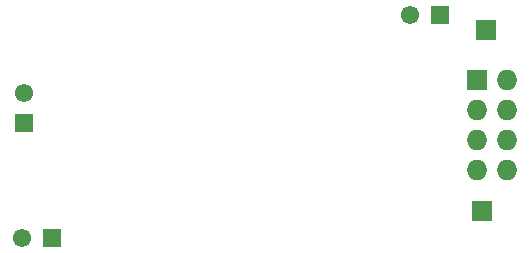
<source format=gbs>
G04 #@! TF.FileFunction,Soldermask,Bot*
%FSLAX46Y46*%
G04 Gerber Fmt 4.6, Leading zero omitted, Abs format (unit mm)*
G04 Created by KiCad (PCBNEW 4.0.6) date 09/14/17 18:23:13*
%MOMM*%
%LPD*%
G01*
G04 APERTURE LIST*
%ADD10C,0.150000*%
%ADD11R,1.554000X1.554000*%
%ADD12C,1.554000*%
%ADD13R,1.730000X1.730000*%
%ADD14O,1.730000X1.730000*%
G04 APERTURE END LIST*
D10*
D11*
X267535000Y-136150000D03*
D12*
X267535000Y-133610000D03*
D13*
X306600000Y-128300000D03*
D11*
X302760000Y-127060000D03*
D12*
X300220000Y-127060000D03*
D11*
X269880000Y-145900000D03*
D12*
X267340000Y-145900000D03*
D13*
X306340000Y-143650000D03*
X305880000Y-132540000D03*
D14*
X308420000Y-132540000D03*
X305880000Y-135080000D03*
X308420000Y-135080000D03*
X305880000Y-137620000D03*
X308420000Y-137620000D03*
X305880000Y-140160000D03*
X308420000Y-140160000D03*
M02*

</source>
